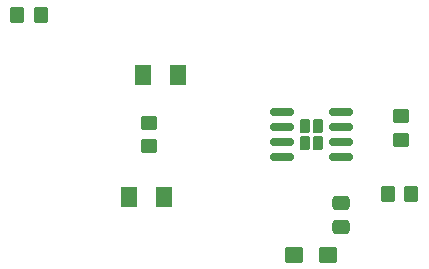
<source format=gbr>
%TF.GenerationSoftware,KiCad,Pcbnew,(6.0.10-0)*%
%TF.CreationDate,2023-02-17T12:31:35-08:00*%
%TF.ProjectId,Lab4exercise2,4c616234-6578-4657-9263-697365322e6b,rev?*%
%TF.SameCoordinates,Original*%
%TF.FileFunction,Paste,Top*%
%TF.FilePolarity,Positive*%
%FSLAX46Y46*%
G04 Gerber Fmt 4.6, Leading zero omitted, Abs format (unit mm)*
G04 Created by KiCad (PCBNEW (6.0.10-0)) date 2023-02-17 12:31:35*
%MOMM*%
%LPD*%
G01*
G04 APERTURE LIST*
G04 Aperture macros list*
%AMRoundRect*
0 Rectangle with rounded corners*
0 $1 Rounding radius*
0 $2 $3 $4 $5 $6 $7 $8 $9 X,Y pos of 4 corners*
0 Add a 4 corners polygon primitive as box body*
4,1,4,$2,$3,$4,$5,$6,$7,$8,$9,$2,$3,0*
0 Add four circle primitives for the rounded corners*
1,1,$1+$1,$2,$3*
1,1,$1+$1,$4,$5*
1,1,$1+$1,$6,$7*
1,1,$1+$1,$8,$9*
0 Add four rect primitives between the rounded corners*
20,1,$1+$1,$2,$3,$4,$5,0*
20,1,$1+$1,$4,$5,$6,$7,0*
20,1,$1+$1,$6,$7,$8,$9,0*
20,1,$1+$1,$8,$9,$2,$3,0*%
G04 Aperture macros list end*
%ADD10RoundRect,0.250000X-0.350000X-0.450000X0.350000X-0.450000X0.350000X0.450000X-0.350000X0.450000X0*%
%ADD11RoundRect,0.230000X-0.230000X-0.375000X0.230000X-0.375000X0.230000X0.375000X-0.230000X0.375000X0*%
%ADD12RoundRect,0.150000X-0.825000X-0.150000X0.825000X-0.150000X0.825000X0.150000X-0.825000X0.150000X0*%
%ADD13RoundRect,0.250000X0.450000X-0.350000X0.450000X0.350000X-0.450000X0.350000X-0.450000X-0.350000X0*%
%ADD14RoundRect,0.250000X0.350000X0.450000X-0.350000X0.450000X-0.350000X-0.450000X0.350000X-0.450000X0*%
%ADD15RoundRect,0.250000X-0.475000X0.337500X-0.475000X-0.337500X0.475000X-0.337500X0.475000X0.337500X0*%
%ADD16RoundRect,0.250000X0.537500X0.425000X-0.537500X0.425000X-0.537500X-0.425000X0.537500X-0.425000X0*%
%ADD17RoundRect,0.250001X-0.462499X-0.624999X0.462499X-0.624999X0.462499X0.624999X-0.462499X0.624999X0*%
%ADD18RoundRect,0.250000X-0.450000X0.350000X-0.450000X-0.350000X0.450000X-0.350000X0.450000X0.350000X0*%
G04 APERTURE END LIST*
D10*
%TO.C,R3*%
X126860000Y-97510000D03*
X128860000Y-97510000D03*
%TD*%
D11*
%TO.C,U1*%
X152320000Y-106920000D03*
X151180000Y-106920000D03*
X152320000Y-108420000D03*
X151180000Y-108420000D03*
D12*
X149275000Y-105765000D03*
X149275000Y-107035000D03*
X149275000Y-108305000D03*
X149275000Y-109575000D03*
X154225000Y-109575000D03*
X154225000Y-108305000D03*
X154225000Y-107035000D03*
X154225000Y-105765000D03*
%TD*%
D13*
%TO.C,R4*%
X138020000Y-108670000D03*
X138020000Y-106670000D03*
%TD*%
D14*
%TO.C,R2*%
X160230000Y-112710000D03*
X158230000Y-112710000D03*
%TD*%
D15*
%TO.C,C2*%
X154260000Y-113451248D03*
X154260000Y-115526248D03*
%TD*%
D16*
%TO.C,C1*%
X153157500Y-117830000D03*
X150282500Y-117830000D03*
%TD*%
D17*
%TO.C,D2*%
X137532500Y-102590000D03*
X140507500Y-102590000D03*
%TD*%
D18*
%TO.C,R1*%
X159348808Y-106115000D03*
X159348808Y-108115000D03*
%TD*%
D17*
%TO.C,D1*%
X136320000Y-112945000D03*
X139295000Y-112945000D03*
%TD*%
M02*

</source>
